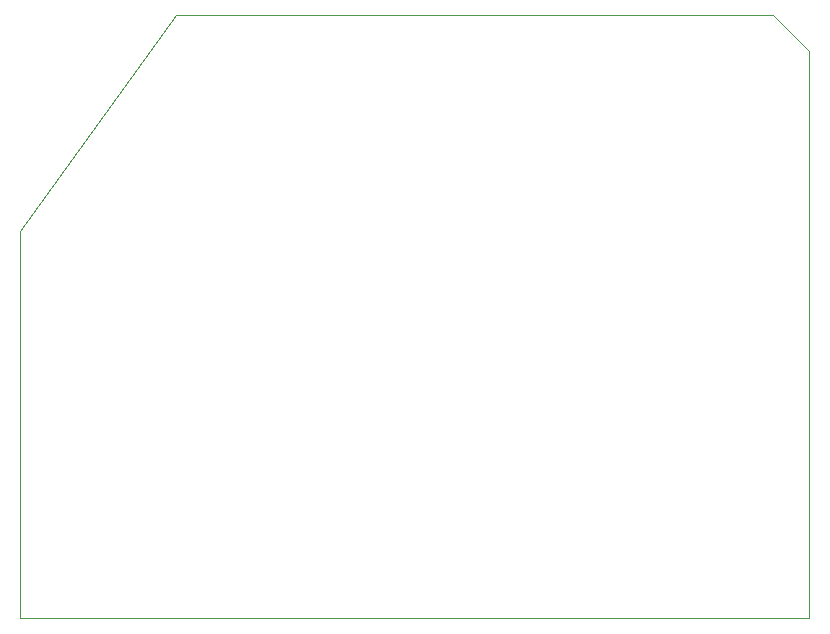
<source format=gbr>
%TF.GenerationSoftware,KiCad,Pcbnew,(6.0.6)*%
%TF.CreationDate,2022-11-22T15:18:16+01:00*%
%TF.ProjectId,DEMO1,44454d4f-312e-46b6-9963-61645f706362,rev?*%
%TF.SameCoordinates,Original*%
%TF.FileFunction,Profile,NP*%
%FSLAX46Y46*%
G04 Gerber Fmt 4.6, Leading zero omitted, Abs format (unit mm)*
G04 Created by KiCad (PCBNEW (6.0.6)) date 2022-11-22 15:18:16*
%MOMM*%
%LPD*%
G01*
G04 APERTURE LIST*
%TA.AperFunction,Profile*%
%ADD10C,0.100000*%
%TD*%
G04 APERTURE END LIST*
D10*
X85344000Y-45466000D02*
X135890000Y-45466000D01*
X138938000Y-48514000D02*
X135890000Y-45466000D01*
X138938000Y-96520000D02*
X138938000Y-48514000D01*
X72136000Y-63754000D02*
X85344000Y-45466000D01*
X72136000Y-96520000D02*
X138938000Y-96520000D01*
X72136000Y-63754000D02*
X72136000Y-96520000D01*
M02*

</source>
